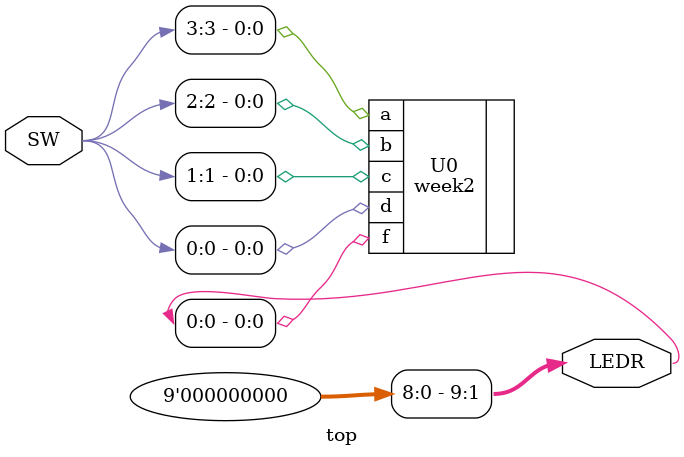
<source format=v>
module top (input [3:0] SW, output [9:0] LEDR);

assign LEDR[9:1] = 0;
week2 U0 (.a(SW[3]), .b(SW[2]), .c(SW[1]), .d(SW[0]), .f(LEDR[0]));

endmodule
</source>
